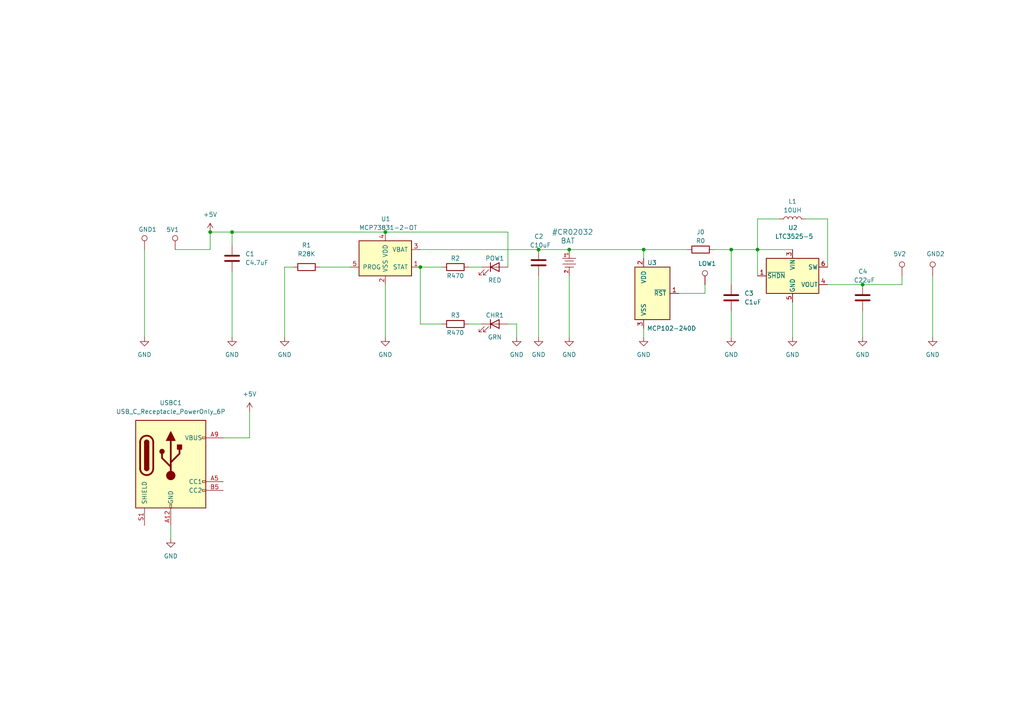
<source format=kicad_sch>
(kicad_sch (version 20211123) (generator eeschema)
  (paper "A4")
  (lib_symbols
    (symbol "BATT:BAT" (power) (pin_names (offset 1.016))
      (property "Reference" "BAT" (at 0 -3.81 0))
      (property "Value" "BAT" (at 0 3.81 0))
      (symbol "BAT_0_0"
        (polyline (pts (xy -1.27 1.905) (xy -1.27 -1.905)))
        (polyline (pts (xy 0.381 1.905) (xy 0.381 -1.905)))
        (text "+" (at -1.905 -1.27 0) (effects (font (size 0.762 0.762))))
        (text "-" (at 2.54 -1.27 0) (effects (font (size 0.762 0.762))))
      )
      (symbol "BAT_0_1"
        (polyline (pts (xy -0.508 1.27) (xy -0.508 -1.27)))
        (polyline (pts (xy 1.27 1.27) (xy 1.27 -1.27)))
      )
      (symbol "BAT_1_1"
        (pin power_out line (at -3.81 0 0) (length 2.54) (name "~") (number "1"))
        (pin passive line (at 3.81 0 180) (length 2.54) (name "~") (number "2"))
      )
    )
    (symbol "Battery_Management:MCP73831-2-OT" (pin_names (offset 1.016))
      (property "Reference" "U" (at -7.62 6.35 0))
      (property "Value" "MCP73831-2-OT" (at 1.27 6.35 0))
      (symbol "MCP73831-2-OT_0_1"
        (rectangle (start -7.62 5.08) (end 7.62 -5.08) (stroke (width 0.254)) (fill (type background)))
      )
      (symbol "MCP73831-2-OT_1_1"
        (pin output line (at 10.16 -2.54 180) (length 2.54) (name "STAT") (number "1"))
        (pin power_in line (at 0 -7.62 90) (length 2.54) (name "VSS") (number "2"))
        (pin power_out line (at 10.16 2.54 180) (length 2.54) (name "VBAT") (number "3"))
        (pin power_in line (at 0 7.62 270) (length 2.54) (name "VDD") (number "4"))
        (pin input line (at -10.16 -2.54 0) (length 2.54) (name "PROG") (number "5"))
      )
    )
    (symbol "Connector:TestPoint" (pin_numbers hide) (pin_names (offset 0.762) hide)
      (property "Reference" "TP" (at 0 6.858 0))
      (property "Value" "TestPoint" (at 0 5.08 0))
      (symbol "TestPoint_0_1"
        (circle (center 0 3.302) (radius 0.762))
      )
      (symbol "TestPoint_1_1"
        (pin passive line (at 0 0 90) (length 2.54) (name "1") (number "1"))
      )
    )
    (symbol "Connector:USB_C_Receptacle_PowerOnly_6P" (pin_names (offset 1.016))
      (property "Reference" "J" (at 0 16.51 0))
      (property "Value" "USB_C_Receptacle_PowerOnly_6P" (at 0 13.97 0))
      (symbol "USB_C_Receptacle_PowerOnly_6P_0_0"
        (rectangle (start -0.254 -12.7) (end 0.254 -11.684))
        (rectangle (start 10.16 -7.366) (end 9.144 -7.874))
        (rectangle (start 10.16 -4.826) (end 9.144 -5.334))
        (rectangle (start 10.16 7.874) (end 9.144 7.366))
      )
      (symbol "USB_C_Receptacle_PowerOnly_6P_0_1"
        (rectangle (start -10.16 12.7) (end 10.16 -12.7) (stroke (width 0.254)) (fill (type background)))
        (arc (start -8.89 -1.27) (mid -6.985 -3.175) (end -5.08 -1.27) (stroke (width 0.508)))
        (arc (start -7.62 -1.27) (mid -6.985 -1.905) (end -6.35 -1.27) (stroke (width 0.254)))
        (arc (start -7.62 -1.27) (mid -6.985 -1.905) (end -6.35 -1.27) (stroke (width 0.254)) (fill (type outline)))
        (rectangle (start -7.62 -1.27) (end -6.35 6.35) (stroke (width 0.254)) (fill (type outline)))
        (arc (start -6.35 6.35) (mid -6.985 6.985) (end -7.62 6.35) (stroke (width 0.254)))
        (arc (start -6.35 6.35) (mid -6.985 6.985) (end -7.62 6.35) (stroke (width 0.254)) (fill (type outline)))
        (arc (start -5.08 6.35) (mid -6.985 8.255) (end -8.89 6.35) (stroke (width 0.508)))
        (circle (center -2.54 3.683) (radius 0.635) (stroke (width 0.254)) (fill (type outline)))
        (circle (center 0 -3.302) (radius 1.27) (fill (type outline)))
        (polyline (pts (xy -8.89 -1.27) (xy -8.89 6.35)) (stroke (width 0.508)))
        (polyline (pts (xy -5.08 6.35) (xy -5.08 -1.27)) (stroke (width 0.508)))
        (polyline (pts (xy 0 -3.302) (xy 0 6.858)) (stroke (width 0.508)))
        (polyline (pts (xy 0 -0.762) (xy -2.54 1.778) (xy -2.54 3.048)) (stroke (width 0.508)))
        (polyline (pts (xy 0 0.508) (xy 2.54 3.048) (xy 2.54 4.318)) (stroke (width 0.508)))
        (polyline (pts (xy -1.27 6.858) (xy 0 9.398) (xy 1.27 6.858) (xy -1.27 6.858)) (stroke (width 0.254)) (fill (type outline)))
        (rectangle (start 1.905 4.318) (end 3.175 5.588) (stroke (width 0.254)) (fill (type outline)))
      )
      (symbol "USB_C_Receptacle_PowerOnly_6P_1_1"
        (pin passive line (at 0 -17.78 90) (length 5.08) (name "GND") (number "A12"))
        (pin bidirectional line (at 15.24 -5.08 180) (length 5.08) (name "CC1") (number "A5"))
        (pin passive line (at 15.24 7.62 180) (length 5.08) (name "VBUS") (number "A9"))
        (pin passive line (at 0 -17.78 90) (length 5.08) hide (name "GND") (number "B12"))
        (pin bidirectional line (at 15.24 -7.62 180) (length 5.08) (name "CC2") (number "B5"))
        (pin passive line (at 15.24 7.62 180) (length 5.08) hide (name "VBUS") (number "B9"))
        (pin passive line (at -7.62 -17.78 90) (length 5.08) (name "SHIELD") (number "S1"))
      )
    )
    (symbol "Device:C" (pin_numbers hide) (pin_names (offset 0.254))
      (property "Reference" "C" (at 0.635 2.54 0))
      (property "Value" "C" (at 0.635 -2.54 0))
      (symbol "C_0_1"
        (polyline (pts (xy -2.032 -0.762) (xy 2.032 -0.762)) (stroke (width 0.508)))
        (polyline (pts (xy -2.032 0.762) (xy 2.032 0.762)) (stroke (width 0.508)))
      )
      (symbol "C_1_1"
        (pin passive line (at 0 3.81 270) (length 2.794) (name "~") (number "1"))
        (pin passive line (at 0 -3.81 90) (length 2.794) (name "~") (number "2"))
      )
    )
    (symbol "Device:L" (pin_numbers hide) (pin_names (offset 1.016) hide)
      (property "Reference" "L" (at -1.27 0 90))
      (property "Value" "L" (at 1.905 0 90))
      (symbol "L_0_1"
        (arc (start 0 -2.54) (mid 0.635 -1.905) (end 0 -1.27))
        (arc (start 0 -1.27) (mid 0.635 -0.635) (end 0 0))
        (arc (start 0 0) (mid 0.635 0.635) (end 0 1.27))
        (arc (start 0 1.27) (mid 0.635 1.905) (end 0 2.54))
      )
      (symbol "L_1_1"
        (pin passive line (at 0 3.81 270) (length 1.27) (name "1") (number "1"))
        (pin passive line (at 0 -3.81 90) (length 1.27) (name "2") (number "2"))
      )
    )
    (symbol "Device:LED" (pin_numbers hide) (pin_names (offset 1.016) hide)
      (property "Reference" "D" (at 0 2.54 0))
      (property "Value" "LED" (at 0 -2.54 0))
      (symbol "LED_0_1"
        (polyline (pts (xy -1.27 -1.27) (xy -1.27 1.27)) (stroke (width 0.254)))
        (polyline (pts (xy -1.27 0) (xy 1.27 0)))
        (polyline (pts (xy 1.27 -1.27) (xy 1.27 1.27) (xy -1.27 0) (xy 1.27 -1.27)) (stroke (width 0.254)))
        (polyline (pts (xy -3.048 -0.762) (xy -4.572 -2.286) (xy -3.81 -2.286) (xy -4.572 -2.286) (xy -4.572 -1.524)))
        (polyline (pts (xy -1.778 -0.762) (xy -3.302 -2.286) (xy -2.54 -2.286) (xy -3.302 -2.286) (xy -3.302 -1.524)))
      )
      (symbol "LED_1_1"
        (pin passive line (at -3.81 0 0) (length 2.54) (name "K") (number "1"))
        (pin passive line (at 3.81 0 180) (length 2.54) (name "A") (number "2"))
      )
    )
    (symbol "Device:R" (pin_numbers hide) (pin_names (offset 0))
      (property "Reference" "R" (at 2.032 0 90))
      (property "Value" "R" (at 0 0 90))
      (symbol "R_0_1"
        (rectangle (start -1.016 -2.54) (end 1.016 2.54) (stroke (width 0.254)))
      )
      (symbol "R_1_1"
        (pin passive line (at 0 3.81 270) (length 1.27) (name "~") (number "1"))
        (pin passive line (at 0 -3.81 90) (length 1.27) (name "~") (number "2"))
      )
    )
    (symbol "Power_Supervisor:MCP100-270D" (pin_names (offset 1.016))
      (property "Reference" "U" (at 0 8.89 0))
      (property "Value" "MCP100-270D" (at -1.27 -8.89 0))
      (symbol "MCP100-270D_1_1"
        (rectangle (start -5.08 7.62) (end 5.08 -7.62) (stroke (width 0.254)) (fill (type background)))
        (pin output line (at 7.62 0 180) (length 2.54) (name "~{RST}") (number "1"))
        (pin power_in line (at -2.54 10.16 270) (length 2.54) (name "VDD") (number "2"))
        (pin power_in line (at -2.54 -10.16 90) (length 2.54) (name "VSS") (number "3"))
      )
    )
    (symbol "Regulator_Switching:LTC3525-5" (pin_names (offset 0.254))
      (property "Reference" "U" (at -6.35 6.35 0))
      (property "Value" "LTC3525-5" (at 1.27 6.35 0))
      (symbol "LTC3525-5_0_1"
        (rectangle (start -7.62 5.08) (end 7.62 -5.08) (stroke (width 0.254)) (fill (type background)))
      )
      (symbol "LTC3525-5_1_1"
        (pin input line (at -10.16 0 0) (length 2.54) (name "~{SHDN}") (number "1"))
        (pin passive line (at 0 -7.62 90) (length 2.54) hide (name "GND") (number "2"))
        (pin power_in line (at 0 7.62 270) (length 2.54) (name "VIN") (number "3"))
        (pin power_out line (at 10.16 -2.54 180) (length 2.54) (name "VOUT") (number "4"))
        (pin power_in line (at 0 -7.62 90) (length 2.54) (name "GND") (number "5"))
        (pin input line (at 10.16 2.54 180) (length 2.54) (name "SW") (number "6"))
      )
    )
    (symbol "power:+5V" (power) (pin_names (offset 0))
      (property "Value" "+5V" (at 0 3.556 0))
      (symbol "+5V_0_1"
        (polyline (pts (xy -0.762 1.27) (xy 0 2.54)))
        (polyline (pts (xy 0 0) (xy 0 2.54)))
        (polyline (pts (xy 0 2.54) (xy 0.762 1.27)))
      )
      (symbol "+5V_1_1"
        (pin power_in line (at 0 0 90) (length 0) hide (name "+5V") (number "1"))
      )
    )
    (symbol "power:GND" (power) (pin_names (offset 0))
      (property "Value" "GND" (at 0 -3.81 0))
      (symbol "GND_0_1"
        (polyline (pts (xy 0 0) (xy 0 -1.27) (xy 1.27 -1.27) (xy 0 -2.54) (xy -1.27 -1.27) (xy 0 -1.27)))
      )
      (symbol "GND_1_1"
        (pin power_in line (at 0 0 270) (length 0) hide (name "GND") (number "1"))
      )
    )
  )
  (junction (at 212.09 72.39))
  (junction (at 121.92 77.47))
  (junction (at 156.21 72.39))
  (junction (at 111.76 67.31))
  (junction (at 165.1 72.39))
  (junction (at 250.19 82.55))
  (junction (at 219.71 72.39))
  (junction (at 67.31 67.31))
  (junction (at 186.69 72.39))
  (junction (at 60.96 67.31))
  (wire (pts (xy 147.32 93.98) (xy 149.86 93.98)))
  (wire (pts (xy 135.89 93.98) (xy 139.7 93.98)))
  (wire (pts (xy 229.87 87.63) (xy 229.87 97.79)))
  (wire (pts (xy 240.03 82.55) (xy 250.19 82.55)))
  (wire (pts (xy 72.39 127) (xy 64.77 127)))
  (wire (pts (xy 186.69 95.25) (xy 186.69 97.79)))
  (wire (pts (xy 219.71 72.39) (xy 212.09 72.39)))
  (wire (pts (xy 121.92 72.39) (xy 156.21 72.39)))
  (wire (pts (xy 250.19 82.55) (xy 261.62 82.55)))
  (wire (pts (xy 60.96 67.31) (xy 67.31 67.31)))
  (wire (pts (xy 49.53 152.4) (xy 49.53 156.21)))
  (wire (pts (xy 240.03 63.5) (xy 240.03 77.47)))
  (wire (pts (xy 207.01 72.39) (xy 212.09 72.39)))
  (wire (pts (xy 186.69 72.39) (xy 186.69 74.93)))
  (wire (pts (xy 229.87 72.39) (xy 219.71 72.39)))
  (wire (pts (xy 156.21 80.01) (xy 156.21 97.79)))
  (wire (pts (xy 212.09 72.39) (xy 212.09 82.55)))
  (wire (pts (xy 50.8 72.39) (xy 60.96 72.39)))
  (wire (pts (xy 147.32 77.47) (xy 147.32 67.31)))
  (wire (pts (xy 121.92 93.98) (xy 121.92 77.47)))
  (wire (pts (xy 82.55 77.47) (xy 82.55 97.79)))
  (wire (pts (xy 270.51 80.01) (xy 270.51 97.79)))
  (wire (pts (xy 85.09 77.47) (xy 82.55 77.47)))
  (wire (pts (xy 165.1 72.39) (xy 186.69 72.39)))
  (wire (pts (xy 67.31 78.74) (xy 67.31 97.79)))
  (wire (pts (xy 41.91 72.39) (xy 41.91 97.79)))
  (wire (pts (xy 250.19 90.17) (xy 250.19 97.79)))
  (wire (pts (xy 149.86 93.98) (xy 149.86 97.79)))
  (wire (pts (xy 135.89 77.47) (xy 139.7 77.47)))
  (wire (pts (xy 219.71 63.5) (xy 219.71 72.39)))
  (wire (pts (xy 219.71 72.39) (xy 219.71 80.01)))
  (wire (pts (xy 156.21 72.39) (xy 165.1 72.39)))
  (wire (pts (xy 121.92 77.47) (xy 128.27 77.47)))
  (wire (pts (xy 261.62 80.01) (xy 261.62 82.55)))
  (wire (pts (xy 72.39 119.38) (xy 72.39 127)))
  (wire (pts (xy 226.06 63.5) (xy 219.71 63.5)))
  (wire (pts (xy 92.71 77.47) (xy 101.6 77.47)))
  (wire (pts (xy 204.47 85.09) (xy 204.47 82.55)))
  (wire (pts (xy 128.27 93.98) (xy 121.92 93.98)))
  (wire (pts (xy 67.31 67.31) (xy 67.31 71.12)))
  (wire (pts (xy 196.85 85.09) (xy 204.47 85.09)))
  (wire (pts (xy 165.1 80.01) (xy 165.1 97.79)))
  (wire (pts (xy 212.09 90.17) (xy 212.09 97.79)))
  (wire (pts (xy 186.69 72.39) (xy 199.39 72.39)))
  (wire (pts (xy 67.31 67.31) (xy 111.76 67.31)))
  (wire (pts (xy 111.76 82.55) (xy 111.76 97.79)))
  (wire (pts (xy 233.68 63.5) (xy 240.03 63.5)))
  (wire (pts (xy 147.32 67.31) (xy 111.76 67.31)))
  (wire (pts (xy 60.96 72.39) (xy 60.96 67.31)))
  (symbol (lib_id "Device:C") (at 156.21 76.2 0) (unit 1)
    (property "Reference" "C2" (at 154.94 68.58 0) (effects (justify left)))
    (property "Value" "C10uF" (at 153.67 71.12 0) (effects (justify left)))
    (property "Footprint" "Resistor_SMD:R_0603_1608Metric" (effects hide))
  )
  (symbol (lib_id "Device:R") (at 203.2 72.39 90) (unit 1)
    (property "Reference" "J0" (at 203.2 67.31 90))
    (property "Value" "R0" (at 203.2 69.85 90))
    (property "Footprint" "Resistor_SMD:R_0201_0603Metric" (effects hide))
  )
  (symbol (lib_id "Device:C") (at 250.19 86.36 0) (unit 1)
    (property "Reference" "C4" (at 248.92 78.74 0) (effects (justify left)))
    (property "Value" "C22uF" (at 247.65 81.28 0) (effects (justify left)))
    (property "Footprint" "Resistor_SMD:R_0603_1608Metric" (effects hide))
  )
  (symbol (lib_id "power:GND") (at 111.76 97.79 0) (unit 1)
    (property "Reference" "#PWR05" (effects hide))
    (property "Value" "GND" (at 111.76 102.87 0))
  )
  (symbol (lib_id "Power_Supervisor:MCP100-270D") (at 189.23 85.09 0) (unit 1)
    (property "Reference" "U3" (at 190.5 76.2 0) (effects (justify right)))
    (property "Value" "MCP102-240D" (at 201.93 95.25 0) (effects (justify right)))
    (property "Footprint" "Package_TO_SOT_SMD:SOT-23" (effects hide))
    (property "Datasheet" "http://ww1.microchip.com/downloads/en/DeviceDoc/11187f.pdf" (effects hide))
  )
  (symbol (lib_id "Device:L") (at 229.87 63.5 90) (unit 1)
    (property "Reference" "L1" (at 229.87 58.42 90))
    (property "Value" "10UH" (at 229.87 60.96 90))
    (property "Footprint" "Inductor_SMD:L_Vishay_IFSC-1515AH_4x4x1.8mm" (effects hide))
  )
  (symbol (lib_id "power:+5V") (at 60.96 67.31 0) (unit 1)
    (property "Reference" "#PWR01" (effects hide))
    (property "Value" "+5V" (at 60.96 62.23 0))
  )
  (symbol (lib_id "power:GND") (at 41.91 97.79 0) (unit 1)
    (property "Reference" "#PWR02" (effects hide))
    (property "Value" "GND" (at 41.91 102.87 0))
  )
  (symbol (lib_id "power:GND") (at 270.51 97.79 0) (unit 1)
    (property "Reference" "#PWR012" (effects hide))
    (property "Value" "GND" (at 270.51 102.87 0))
  )
  (symbol (lib_id "Device:C") (at 212.09 86.36 0) (mirror y) (unit 1)
    (property "Reference" "C3" (at 215.9 85.0899 0) (effects (justify right)))
    (property "Value" "C1uF" (at 215.9 87.6299 0) (effects (justify right)))
    (property "Footprint" "Resistor_SMD:R_0603_1608Metric" (effects hide))
  )
  (symbol (lib_id "BATT:BAT") (at 165.1 76.2 270) (unit 1)
    (property "Reference" "CR02032" (at 160.02 67.31 90) (effects (font (size 1.524 1.524)) (justify left)))
    (property "Value" "BAT" (at 162.56 69.85 90) (effects (font (size 1.524 1.524)) (justify left)))
    (property "Footprint" "Battery:BatteryHolder_MPD_BC2003_1x2032" (effects hide))
  )
  (symbol (lib_id "Connector:TestPoint") (at 270.51 80.01 0) (unit 1)
    (property "Reference" "GND2" (at 268.7007 73.6463 0) (effects (justify left)))
    (property "Value" " " (at 267.97 73.66 0) (effects (justify left)))
    (property "Footprint" "TestPoint:TestPoint_Pad_D1.5mm" (effects hide))
  )
  (symbol (lib_id "power:+5V") (at 72.39 119.38 0) (unit 1)
    (property "Reference" "#PWR015" (effects hide))
    (property "Value" "+5V" (at 72.39 114.3 0))
  )
  (symbol (lib_id "power:GND") (at 212.09 97.79 0) (unit 1)
    (property "Reference" "#PWR09" (effects hide))
    (property "Value" "GND" (at 212.09 102.87 0))
  )
  (symbol (lib_id "Connector:TestPoint") (at 261.62 80.01 0) (unit 1)
    (property "Reference" "5V2" (at 259.08 73.66 0) (effects (justify left)))
    (property "Value" " " (at 257.81 73.66 0) (effects (justify left)))
    (property "Footprint" "TestPoint:TestPoint_Pad_D1.5mm" (effects hide))
  )
  (symbol (lib_id "power:GND") (at 149.86 97.79 0) (unit 1)
    (property "Reference" "#PWR06" (effects hide))
    (property "Value" "GND" (at 149.86 102.87 0))
  )
  (symbol (lib_id "Device:R") (at 132.08 93.98 90) (unit 1)
    (property "Reference" "R3" (at 132.08 91.44 90))
    (property "Value" "R470" (at 132.08 96.52 90))
    (property "Footprint" "Resistor_SMD:R_0603_1608Metric" (effects hide))
  )
  (symbol (lib_id "Connector:TestPoint") (at 41.91 72.39 0) (unit 1)
    (property "Reference" "GND1" (at 40.1502 66.5638 0) (effects (justify left)))
    (property "Value" " " (at 44.45 70.3579 0) (effects (justify left)))
    (property "Footprint" "TestPoint:TestPoint_Pad_D1.5mm" (effects hide))
  )
  (symbol (lib_id "Connector:USB_C_Receptacle_PowerOnly_6P") (at 49.53 134.62 0) (unit 1)
    (property "Reference" "USBC1" (at 49.53 116.84 0))
    (property "Value" "USB_C_Receptacle_PowerOnly_6P" (at 49.53 119.38 0))
    (property "Footprint" "Connector_USB:USB_C_Receptacle_GCT_USB4135-GF-A_6P_TopMnt_Horizontal" (effects hide))
    (property "Datasheet" "https://www.usb.org/sites/default/files/documents/usb_type-c.zip" (effects hide))
  )
  (symbol (lib_id "power:GND") (at 82.55 97.79 0) (unit 1)
    (property "Reference" "#PWR04" (effects hide))
    (property "Value" "GND" (at 82.55 102.87 0))
  )
  (symbol (lib_id "power:GND") (at 186.69 97.79 0) (unit 1)
    (property "Reference" "#PWR013" (effects hide))
    (property "Value" "GND" (at 186.69 102.87 0))
  )
  (symbol (lib_id "Connector:TestPoint") (at 50.8 72.39 0) (unit 1)
    (property "Reference" "5V1" (at 48.1976 66.6171 0) (effects (justify left)))
    (property "Value" " " (at 53.34 70.3579 0) (effects (justify left)))
    (property "Footprint" "TestPoint:TestPoint_Pad_D1.5mm" (effects hide))
  )
  (symbol (lib_id "power:GND") (at 156.21 97.79 0) (unit 1)
    (property "Reference" "#PWR07" (effects hide))
    (property "Value" "GND" (at 156.21 102.87 0))
  )
  (symbol (lib_id "power:GND") (at 250.19 97.79 0) (unit 1)
    (property "Reference" "#PWR011" (effects hide))
    (property "Value" "GND" (at 250.19 102.87 0))
  )
  (symbol (lib_id "power:GND") (at 165.1 97.79 0) (unit 1)
    (property "Reference" "#PWR08" (effects hide))
    (property "Value" "GND" (at 165.1 102.87 0))
  )
  (symbol (lib_id "Device:R") (at 88.9 77.47 90) (unit 1)
    (property "Reference" "R1" (at 88.9 71.12 90))
    (property "Value" "R28K" (at 88.9 73.66 90))
    (property "Footprint" "Resistor_SMD:R_0603_1608Metric" (effects hide))
  )
  (symbol (lib_id "power:GND") (at 49.53 156.21 0) (unit 1)
    (property "Reference" "#PWR014" (effects hide))
    (property "Value" "GND" (at 49.53 161.29 0))
  )
  (symbol (lib_id "Device:C") (at 67.31 74.93 0) (unit 1)
    (property "Reference" "C1" (at 71.12 73.6599 0) (effects (justify left)))
    (property "Value" "C4.7uF" (at 71.12 76.1999 0) (effects (justify left)))
    (property "Footprint" "Resistor_SMD:R_0603_1608Metric" (effects hide))
  )
  (symbol (lib_id "Device:R") (at 132.08 77.47 270) (unit 1)
    (property "Reference" "R2" (at 132.08 74.93 90))
    (property "Value" "R470" (at 132.08 80.01 90))
    (property "Footprint" "Resistor_SMD:R_0603_1608Metric" (effects hide))
  )
  (symbol (lib_id "Device:LED") (at 143.51 93.98 0) (unit 1)
    (property "Reference" "CHR1" (at 143.51 91.44 0))
    (property "Value" "GRN" (at 143.51 97.79 0))
    (property "Footprint" "LED_SMD:LED_0805_2012Metric" (effects hide))
  )
  (symbol (lib_id "power:GND") (at 67.31 97.79 0) (unit 1)
    (property "Reference" "#PWR03" (effects hide))
    (property "Value" "GND" (at 67.31 102.87 0))
  )
  (symbol (lib_id "power:GND") (at 229.87 97.79 0) (unit 1)
    (property "Reference" "#PWR010" (effects hide))
    (property "Value" "GND" (at 229.87 102.87 0))
  )
  (symbol (lib_id "Connector:TestPoint") (at 204.47 82.55 0) (unit 1)
    (property "Reference" "LOW1" (at 202.4893 76.4523 0) (effects (justify left)))
    (property "Value" " " (at 201.93 76.2 0) (effects (justify left)))
    (property "Footprint" "TestPoint:TestPoint_Pad_D1.5mm" (effects hide))
  )
  (symbol (lib_id "Regulator_Switching:LTC3525-5") (at 229.87 80.01 0) (unit 1)
    (property "Reference" "U2" (at 228.6 66.04 0) (effects (justify left)))
    (property "Value" "LTC3525-5" (at 224.79 68.58 0) (effects (justify left)))
    (property "Footprint" "Package_TO_SOT_SMD:SOT-363_SC-70-6" (effects hide))
    (property "Datasheet" "https://www.analog.com/media/en/technical-documentation/data-sheets/3525fc.pdf" (effects hide))
  )
  (symbol (lib_id "Device:LED") (at 143.51 77.47 0) (unit 1)
    (property "Reference" "POW1" (at 143.51 74.93 0))
    (property "Value" "RED" (at 143.51 81.28 0))
    (property "Footprint" "LED_SMD:LED_0805_2012Metric" (effects hide))
  )
  (symbol (lib_id "Battery_Management:MCP73831-2-OT") (at 111.76 74.93 0) (unit 1)
    (property "Reference" "U1" (at 110.49 63.5 0) (effects (justify left)))
    (property "Value" "MCP73831-2-OT" (at 104.14 66.04 0) (effects (justify left)))
    (property "Footprint" "Package_TO_SOT_SMD:SOT-23-5" (effects hide))
    (property "Datasheet" "http://ww1.microchip.com/downloads/en/DeviceDoc/20001984g.pdf" (effects hide))
  )
)
</source>
